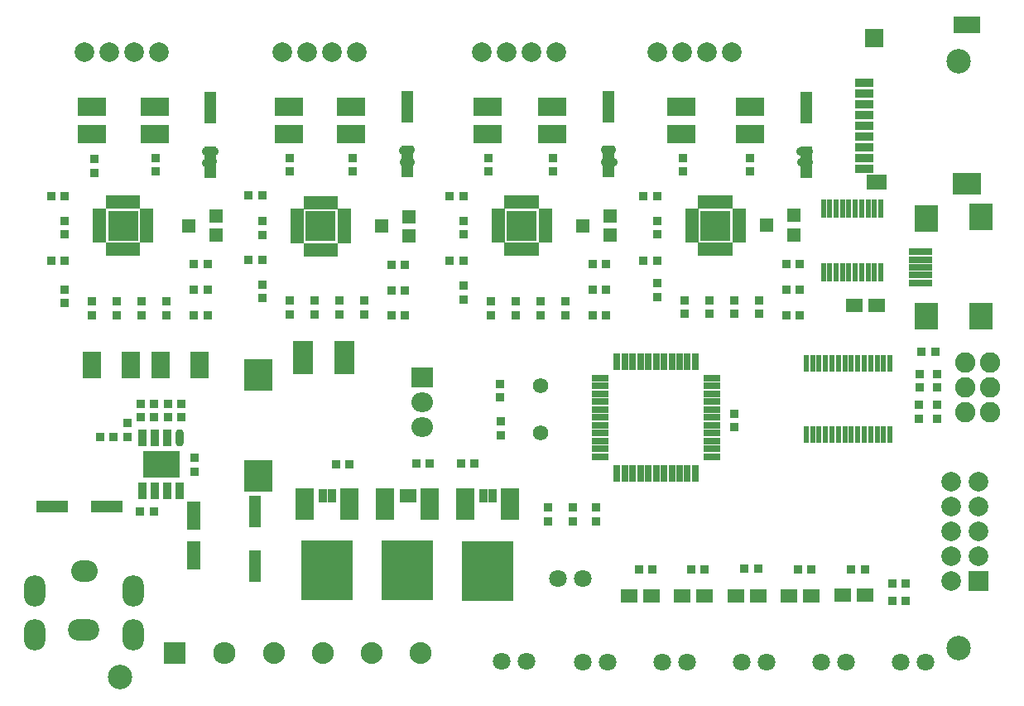
<source format=gbr>
G04 Layer_Color=8388736*
%FSLAX26Y26*%
%MOIN*%
%TF.FileFunction,Soldermask,Top*%
%TF.Part,Single*%
G01*
G75*
%TA.AperFunction,ViaPad*%
%ADD230C,0.028000*%
%TA.AperFunction,ComponentPad*%
%ADD299R,0.086740X0.078866*%
%ADD300O,0.086740X0.078866*%
%ADD301C,0.070992*%
%ADD302C,0.078866*%
%ADD305C,0.082000*%
%ADD306C,0.062000*%
%ADD307O,0.090000X0.088000*%
%ADD308R,0.090000X0.090000*%
%ADD309R,0.078866X0.078866*%
%TA.AperFunction,ViaPad*%
%ADD310C,0.047370*%
%ADD311O,0.086740X0.126110*%
%ADD312O,0.126110X0.086740*%
%ADD313O,0.106425X0.086740*%
%ADD314C,0.035559*%
%TA.AperFunction,SMDPad,CuDef*%
%ADD321R,0.074929X0.106425*%
%TA.AperFunction,FiducialPad,Global*%
%ADD322C,0.098425*%
%TA.AperFunction,SMDPad,CuDef*%
%ADD323R,0.078866X0.133984*%
%ADD324R,0.110362X0.067055*%
%ADD325R,0.038000X0.038000*%
%ADD326R,0.048000X0.128000*%
%ADD327R,0.070000X0.026000*%
%ADD328R,0.026000X0.070000*%
%ADD329R,0.038000X0.038000*%
%ADD330R,0.068000X0.058000*%
%ADD331R,0.023000X0.072000*%
%TA.AperFunction,ConnectorPad*%
%ADD332R,0.098000X0.108000*%
%ADD333R,0.094000X0.028000*%
%ADD334R,0.114000X0.090000*%
%ADD335R,0.084000X0.060000*%
%ADD336R,0.076000X0.078000*%
%ADD337R,0.076000X0.034000*%
%TA.AperFunction,SMDPad,CuDef*%
%ADD338R,0.208000X0.244000*%
%ADD339R,0.076000X0.126000*%
%ADD340R,0.052000X0.019000*%
%ADD341R,0.019000X0.052000*%
%ADD342R,0.058000X0.058000*%
%ADD343R,0.116000X0.074000*%
%ADD344R,0.032000X0.058000*%
%ADD345R,0.023000X0.068000*%
%ADD346R,0.055244X0.118236*%
%ADD347R,0.128000X0.048000*%
%ADD348R,0.146189X0.111150*%
%ADD349O,0.032016X0.070992*%
%ADD350R,0.032016X0.070992*%
%ADD351R,0.118236X0.126110*%
%TA.AperFunction,ViaPad*%
%ADD352C,0.088000*%
%TA.AperFunction,SMDPad,CuDef*%
%ADD353R,0.124000X0.124000*%
D230*
X-3465590Y907472D02*
D03*
X-3426220D02*
D03*
X-3386850D02*
D03*
X-3347480D02*
D03*
Y986213D02*
D03*
X-3386850D02*
D03*
X-3426220D02*
D03*
X-3465590D02*
D03*
Y946842D02*
D03*
X-3426220D02*
D03*
X-3347480D02*
D03*
X-3386850D02*
D03*
D299*
X-2355000Y1295000D02*
D03*
D300*
Y1195000D02*
D03*
Y1095000D02*
D03*
D301*
X-1607535Y150843D02*
D03*
X-1707535D02*
D03*
X-1287535D02*
D03*
X-1387535D02*
D03*
X-967535D02*
D03*
X-1067535D02*
D03*
X-747535D02*
D03*
X-647535D02*
D03*
X-327535D02*
D03*
X-427535D02*
D03*
X-2036535Y151843D02*
D03*
X-1936535D02*
D03*
X-1710535Y486842D02*
D03*
X-1810535D02*
D03*
D302*
X-1307488Y2604843D02*
D03*
X-1407488D02*
D03*
X-1207488D02*
D03*
X-1107488D02*
D03*
X-1814535D02*
D03*
X-1914535D02*
D03*
X-2114535D02*
D03*
X-2014535D02*
D03*
X-2619535D02*
D03*
X-2719535D02*
D03*
X-2919535D02*
D03*
X-2819535D02*
D03*
X-3414535D02*
D03*
X-3514535D02*
D03*
X-3714535D02*
D03*
X-3614535D02*
D03*
X-224772Y874842D02*
D03*
X-114535D02*
D03*
X-224772Y774842D02*
D03*
X-114535D02*
D03*
X-224772Y674842D02*
D03*
X-114535D02*
D03*
X-224772Y574842D02*
D03*
X-114535D02*
D03*
X-224772Y474842D02*
D03*
D305*
X-69535Y1154842D02*
D03*
X-169535Y1354842D02*
D03*
X-69535Y1254842D02*
D03*
X-169535Y1154842D02*
D03*
Y1254842D02*
D03*
X-69535Y1354842D02*
D03*
D306*
X-1878121Y1071510D02*
D03*
X-1879535Y1263842D02*
D03*
D307*
X-3151535Y186843D02*
D03*
D308*
X-3351535D02*
D03*
D309*
X-114535Y474842D02*
D03*
D310*
X-3520386Y277937D02*
D03*
Y275937D02*
D03*
Y273937D02*
D03*
Y271937D02*
D03*
Y269937D02*
D03*
Y267937D02*
D03*
D03*
Y265937D02*
D03*
Y263937D02*
D03*
Y261937D02*
D03*
Y259937D02*
D03*
Y257937D02*
D03*
Y261937D02*
D03*
Y259937D02*
D03*
Y257937D02*
D03*
Y255937D02*
D03*
Y253937D02*
D03*
Y251937D02*
D03*
D03*
Y249937D02*
D03*
Y247937D02*
D03*
Y245937D02*
D03*
Y243937D02*
D03*
Y241937D02*
D03*
Y455102D02*
D03*
Y453102D02*
D03*
Y451102D02*
D03*
Y449102D02*
D03*
Y447102D02*
D03*
Y445102D02*
D03*
D03*
Y443102D02*
D03*
Y441102D02*
D03*
Y439102D02*
D03*
Y437102D02*
D03*
Y435102D02*
D03*
Y439102D02*
D03*
Y437102D02*
D03*
Y435102D02*
D03*
Y433102D02*
D03*
Y431102D02*
D03*
Y429102D02*
D03*
D03*
Y427102D02*
D03*
Y425102D02*
D03*
Y423102D02*
D03*
Y421102D02*
D03*
Y419102D02*
D03*
X-3737630Y279992D02*
D03*
X-3735630D02*
D03*
X-3733630D02*
D03*
X-3731630D02*
D03*
X-3729630D02*
D03*
X-3727630D02*
D03*
D03*
X-3725630D02*
D03*
X-3723630D02*
D03*
X-3721630D02*
D03*
X-3719630D02*
D03*
X-3717630D02*
D03*
X-3721630D02*
D03*
X-3719630D02*
D03*
X-3717630D02*
D03*
X-3715630D02*
D03*
X-3713630D02*
D03*
X-3711630D02*
D03*
D03*
X-3709630D02*
D03*
X-3707630D02*
D03*
X-3705630D02*
D03*
X-3703630D02*
D03*
X-3701630D02*
D03*
X-3914087Y241937D02*
D03*
Y243937D02*
D03*
Y245937D02*
D03*
Y247937D02*
D03*
Y249937D02*
D03*
Y251937D02*
D03*
D03*
Y253937D02*
D03*
Y255937D02*
D03*
Y257937D02*
D03*
Y259937D02*
D03*
Y261937D02*
D03*
Y257937D02*
D03*
Y259937D02*
D03*
Y261937D02*
D03*
Y263937D02*
D03*
Y265937D02*
D03*
Y267937D02*
D03*
D03*
Y269937D02*
D03*
Y271937D02*
D03*
Y273937D02*
D03*
Y275937D02*
D03*
Y277937D02*
D03*
Y419102D02*
D03*
Y421102D02*
D03*
Y423102D02*
D03*
Y425102D02*
D03*
Y427102D02*
D03*
Y429102D02*
D03*
D03*
Y431102D02*
D03*
Y433102D02*
D03*
Y435102D02*
D03*
Y437102D02*
D03*
Y439102D02*
D03*
Y435102D02*
D03*
Y437102D02*
D03*
Y439102D02*
D03*
Y441102D02*
D03*
Y443102D02*
D03*
Y445102D02*
D03*
D03*
Y447102D02*
D03*
Y449102D02*
D03*
Y451102D02*
D03*
Y453102D02*
D03*
Y455102D02*
D03*
D311*
X-3520386Y259937D02*
D03*
Y437102D02*
D03*
X-3914087Y259937D02*
D03*
Y437102D02*
D03*
D312*
X-3719630Y279992D02*
D03*
D313*
X-3716685Y515968D02*
D03*
D314*
X-3193535Y2206843D02*
D03*
X-3197535Y2165843D02*
D03*
X-3225535Y2205843D02*
D03*
X-2401535Y2213843D02*
D03*
X-2403535Y2163843D02*
D03*
X-2432535Y2209843D02*
D03*
X-1586535Y2161843D02*
D03*
X-1593535Y2212843D02*
D03*
X-1618535Y2213843D02*
D03*
X-798535Y2162843D02*
D03*
X-799535Y2205843D02*
D03*
X-831535Y2206843D02*
D03*
X-1619535Y2162843D02*
D03*
X-3225535Y2158843D02*
D03*
X-1146535Y1937842D02*
D03*
X-1148535Y1882842D02*
D03*
X-1200535Y1934842D02*
D03*
X-1201535Y1880842D02*
D03*
X-1927535Y1935842D02*
D03*
X-1928535Y1879842D02*
D03*
X-1980535Y1932842D02*
D03*
X-1984535Y1876842D02*
D03*
X-2734535Y1933842D02*
D03*
X-2735535Y1875842D02*
D03*
X-2794535Y1931842D02*
D03*
Y1873842D02*
D03*
X-3530535Y1935842D02*
D03*
X-3531535Y1880842D02*
D03*
X-3590535Y1933842D02*
D03*
X-3593535Y1878842D02*
D03*
X-829535Y2162843D02*
D03*
X-2428535Y2161843D02*
D03*
D321*
X-3410000Y1345000D02*
D03*
X-3252520D02*
D03*
X-3529055Y1344842D02*
D03*
X-3686535D02*
D03*
D322*
X-3572835Y89843D02*
D03*
X-196850Y206693D02*
D03*
Y2568898D02*
D03*
D323*
X-2670000Y1375000D02*
D03*
X-2835354D02*
D03*
D324*
X-162535Y2714843D02*
D03*
D325*
X-3794448Y1594803D02*
D03*
Y1649803D02*
D03*
X-281535Y1309842D02*
D03*
Y1254842D02*
D03*
X-1099535Y1094842D02*
D03*
Y1149842D02*
D03*
X-351535Y1254842D02*
D03*
X-3429535Y2179843D02*
D03*
X-2634535D02*
D03*
X-2089535D02*
D03*
X-1829535D02*
D03*
X-1304535D02*
D03*
X-1034535D02*
D03*
X-2999535Y1614842D02*
D03*
X-2189535Y1609842D02*
D03*
X-1409448Y1619804D02*
D03*
X-1850535Y717842D02*
D03*
X-2042464Y1215914D02*
D03*
X-2039797Y1119438D02*
D03*
X-3795623Y1927881D02*
D03*
Y1872881D02*
D03*
X-2999535Y1924842D02*
D03*
Y1869842D02*
D03*
X-2190623Y1927881D02*
D03*
Y1872881D02*
D03*
X-1410623Y1927881D02*
D03*
Y1872881D02*
D03*
X-351535Y1309842D02*
D03*
X-3485623Y1602881D02*
D03*
X-2889535Y1604842D02*
D03*
X-2789535D02*
D03*
X-2689535D02*
D03*
X-2080623Y1602881D02*
D03*
X-1980623D02*
D03*
X-1880623D02*
D03*
X-1300623Y1607881D02*
D03*
X-1200623D02*
D03*
X-2999535Y1669842D02*
D03*
X-2189535Y1664842D02*
D03*
X-1780623Y1602881D02*
D03*
X-1409448Y1674804D02*
D03*
X-1000623Y1607881D02*
D03*
X-2042464Y1270914D02*
D03*
X-2039797Y1064438D02*
D03*
X-1850535Y772842D02*
D03*
X-1780623Y1547881D02*
D03*
X-1000623Y1552881D02*
D03*
X-3485623Y1547881D02*
D03*
X-2889535Y1549842D02*
D03*
X-2789535D02*
D03*
X-2689535D02*
D03*
X-2080623Y1547881D02*
D03*
X-1980623D02*
D03*
X-1880623D02*
D03*
X-1300623Y1552881D02*
D03*
X-1200623D02*
D03*
X-3429535Y2124843D02*
D03*
X-2634535D02*
D03*
X-2089535D02*
D03*
X-1829535D02*
D03*
X-1304535D02*
D03*
X-1034535D02*
D03*
X-1100623Y1552881D02*
D03*
Y1607881D02*
D03*
X-2589535Y1604842D02*
D03*
Y1549842D02*
D03*
X-3385623Y1547881D02*
D03*
Y1602881D02*
D03*
X-2889535Y2124843D02*
D03*
Y2179843D02*
D03*
X-1750535Y772842D02*
D03*
Y717842D02*
D03*
X-1655535Y772842D02*
D03*
Y717842D02*
D03*
X-3674535Y2119843D02*
D03*
Y2174843D02*
D03*
X-281535Y1129842D02*
D03*
Y1184842D02*
D03*
X-356535D02*
D03*
Y1129842D02*
D03*
X-3685623Y1602881D02*
D03*
Y1547881D02*
D03*
X-3585623Y1602881D02*
D03*
Y1547881D02*
D03*
X-3271535Y971842D02*
D03*
Y916842D02*
D03*
X-3542535Y1057842D02*
D03*
Y1112842D02*
D03*
X-3490535Y1190842D02*
D03*
Y1135842D02*
D03*
X-3435535D02*
D03*
Y1190842D02*
D03*
X-3380535Y1135842D02*
D03*
Y1190842D02*
D03*
X-3325535D02*
D03*
Y1135842D02*
D03*
D326*
X-3029535Y754842D02*
D03*
Y534842D02*
D03*
X-2414535Y2164843D02*
D03*
Y2384843D02*
D03*
X-3210623Y2382881D02*
D03*
X-1604535Y2384843D02*
D03*
X-810623Y2382881D02*
D03*
X-3210623Y2162881D02*
D03*
X-1604535Y2164843D02*
D03*
X-810623Y2162881D02*
D03*
D327*
X-1639535Y1040842D02*
D03*
Y1009842D02*
D03*
X-1187535Y1229842D02*
D03*
Y1198842D02*
D03*
Y1292842D02*
D03*
X-1639535Y977842D02*
D03*
X-1187535Y1135842D02*
D03*
X-1639535D02*
D03*
Y1261842D02*
D03*
Y1292842D02*
D03*
Y1198841D02*
D03*
Y1103842D02*
D03*
Y1072841D02*
D03*
Y1229842D02*
D03*
X-1187535Y1103842D02*
D03*
Y1166842D02*
D03*
X-1639535Y1166841D02*
D03*
X-1187535Y1009842D02*
D03*
X-1187536Y1072843D02*
D03*
X-1187535Y1040842D02*
D03*
Y977842D02*
D03*
Y1261842D02*
D03*
D328*
X-1445535Y1360842D02*
D03*
X-1476535D02*
D03*
X-1319535D02*
D03*
X-1287535D02*
D03*
X-1256535D02*
D03*
X-1350535Y908842D02*
D03*
X-1319535D02*
D03*
X-1571535Y1360842D02*
D03*
Y908842D02*
D03*
X-1382535D02*
D03*
X-1413535Y1360843D02*
D03*
X-1539535Y908842D02*
D03*
X-1508535D02*
D03*
X-1350535Y1360842D02*
D03*
X-1413535Y908842D02*
D03*
X-1382535Y1360842D02*
D03*
X-1445535Y908842D02*
D03*
X-1287535Y908841D02*
D03*
X-1476535Y908842D02*
D03*
X-1256535D02*
D03*
X-1508536Y1360842D02*
D03*
X-1539535D02*
D03*
D329*
X-462535Y465842D02*
D03*
X-407535D02*
D03*
X-843535Y522842D02*
D03*
X-788535D02*
D03*
X-572535Y523842D02*
D03*
X-3220623Y1649881D02*
D03*
X-2424535Y1646842D02*
D03*
X-1615623Y1649881D02*
D03*
X-835623D02*
D03*
X-2702535Y946842D02*
D03*
X-2424535Y1544842D02*
D03*
X-1615623Y1547881D02*
D03*
X-3795623Y1767881D02*
D03*
X-2999535Y1769842D02*
D03*
X-2190623Y1767881D02*
D03*
X-1410623D02*
D03*
X-2424535Y1748842D02*
D03*
X-1615623Y1751881D02*
D03*
X-2479535Y1544842D02*
D03*
X-1670623Y1547881D02*
D03*
X-2647535Y946842D02*
D03*
X-3275623Y1649881D02*
D03*
X-2479535Y1646842D02*
D03*
X-1670623Y1649881D02*
D03*
X-890623D02*
D03*
X-1482535Y523842D02*
D03*
X-2245623Y2027881D02*
D03*
X-1273535Y521842D02*
D03*
X-1465623Y2027881D02*
D03*
X-1058535Y527842D02*
D03*
X-627535Y523842D02*
D03*
X-2479535Y1748842D02*
D03*
X-1670623Y1751881D02*
D03*
X-890623D02*
D03*
X-3850623Y1767881D02*
D03*
X-3054535Y1769842D02*
D03*
X-2245623Y1767881D02*
D03*
X-1465623D02*
D03*
X-1427535Y523842D02*
D03*
X-1410623Y2027881D02*
D03*
X-1218535Y521842D02*
D03*
X-1003535Y527842D02*
D03*
X-2190623Y2027881D02*
D03*
X-835623Y1751881D02*
D03*
X-3275623Y1547881D02*
D03*
X-3220623D02*
D03*
X-2999535Y2029842D02*
D03*
X-3054535D02*
D03*
X-3795623Y2027881D02*
D03*
X-3850623D02*
D03*
X-890623Y1547881D02*
D03*
X-835623D02*
D03*
X-2324535Y949842D02*
D03*
X-2379535D02*
D03*
X-3220623Y1751881D02*
D03*
X-3275623D02*
D03*
X-2199535Y949842D02*
D03*
X-2144535D02*
D03*
X-344535Y1399842D02*
D03*
X-289535D02*
D03*
X-462535Y395842D02*
D03*
X-407535D02*
D03*
X-3436535Y754842D02*
D03*
X-3491535D02*
D03*
X-3597535Y1057842D02*
D03*
X-3652535D02*
D03*
D330*
X-614535Y1584842D02*
D03*
X-524535D02*
D03*
X-662535Y418842D02*
D03*
X-572535D02*
D03*
X-878535Y417842D02*
D03*
X-788535D02*
D03*
X-1523535D02*
D03*
X-1308535Y416842D02*
D03*
X-1433535Y417842D02*
D03*
X-1218535Y416842D02*
D03*
X-1003535Y417842D02*
D03*
X-1093535D02*
D03*
D331*
X-739535Y1718094D02*
D03*
X-586535D02*
D03*
X-637535D02*
D03*
X-612535D02*
D03*
X-663535D02*
D03*
X-714535D02*
D03*
X-688535D02*
D03*
X-560535D02*
D03*
X-508535Y1977591D02*
D03*
X-534535D02*
D03*
X-560535D02*
D03*
X-586535D02*
D03*
X-612535D02*
D03*
X-637535D02*
D03*
X-663535D02*
D03*
X-688535D02*
D03*
X-714535Y1977591D02*
D03*
X-739535D02*
D03*
X-508535Y1718094D02*
D03*
X-534535Y1718094D02*
D03*
D332*
X-105535Y1941842D02*
D03*
X-325535Y1541842D02*
D03*
X-105535D02*
D03*
X-325535Y1935842D02*
D03*
D333*
X-348535Y1770842D02*
D03*
Y1801842D02*
D03*
Y1739842D02*
D03*
Y1708842D02*
D03*
Y1677842D02*
D03*
D334*
X-161535Y2076843D02*
D03*
D335*
X-524535Y2082843D02*
D03*
D336*
X-536535Y2663843D02*
D03*
D337*
X-575535Y2134843D02*
D03*
Y2178843D02*
D03*
Y2481843D02*
D03*
Y2264843D02*
D03*
Y2221843D02*
D03*
Y2394843D02*
D03*
Y2308843D02*
D03*
Y2438843D02*
D03*
Y2351843D02*
D03*
D338*
X-2737535Y519842D02*
D03*
X-2414535Y518842D02*
D03*
X-2092535Y517842D02*
D03*
D339*
X-2647535Y786842D02*
D03*
X-2827535D02*
D03*
X-2324535Y785842D02*
D03*
X-2504535D02*
D03*
X-2002535Y784842D02*
D03*
X-2182535D02*
D03*
D340*
X-1080623Y1967881D02*
D03*
Y1927881D02*
D03*
Y1868881D02*
D03*
X-3465623Y1908881D02*
D03*
Y1947881D02*
D03*
X-3655623Y1927881D02*
D03*
Y1849881D02*
D03*
X-2669535Y1905842D02*
D03*
Y1944842D02*
D03*
X-2859535Y1924842D02*
D03*
Y1846842D02*
D03*
X-1860623Y1908881D02*
D03*
Y1947881D02*
D03*
X-2050623Y1927881D02*
D03*
Y1849881D02*
D03*
X-1080623Y1908881D02*
D03*
Y1947881D02*
D03*
X-1270623Y1927881D02*
D03*
Y1849881D02*
D03*
X-3655623Y1908881D02*
D03*
Y1888881D02*
D03*
X-2859535Y1905842D02*
D03*
Y1885842D02*
D03*
X-2050623Y1908881D02*
D03*
Y1888881D02*
D03*
X-1270623Y1908881D02*
D03*
Y1888881D02*
D03*
X-3655623Y1868881D02*
D03*
X-2859535Y1865842D02*
D03*
X-2050623Y1868881D02*
D03*
X-1270623D02*
D03*
X-3655623Y1967881D02*
D03*
X-3465623Y1888881D02*
D03*
X-2859535Y1964842D02*
D03*
X-2669535Y1885842D02*
D03*
X-2050623Y1967881D02*
D03*
X-1860623Y1888881D02*
D03*
X-1270623Y1967881D02*
D03*
X-1080623Y1888881D02*
D03*
X-3465623Y1967881D02*
D03*
X-2669535Y1964842D02*
D03*
X-1860623Y1967881D02*
D03*
X-3465623Y1849881D02*
D03*
X-2669535Y1846842D02*
D03*
X-1860623Y1849881D02*
D03*
X-1080623D02*
D03*
X-3465623Y1927881D02*
D03*
Y1868881D02*
D03*
X-3655623Y1947881D02*
D03*
X-2859535Y1944842D02*
D03*
X-1270623Y1947881D02*
D03*
X-2669535Y1924842D02*
D03*
Y1865842D02*
D03*
X-1860623Y1927881D02*
D03*
Y1868881D02*
D03*
X-2050623Y1947881D02*
D03*
D341*
X-1156623Y2002881D02*
D03*
X-3560623D02*
D03*
X-2764535Y1999842D02*
D03*
X-1955623Y2002881D02*
D03*
X-1175623D02*
D03*
X-3600623Y1813881D02*
D03*
X-3580623D02*
D03*
X-3560623D02*
D03*
X-2804535Y1810842D02*
D03*
X-2784535D02*
D03*
X-2764535D02*
D03*
X-1995623Y1813881D02*
D03*
X-1975623D02*
D03*
X-1955623D02*
D03*
X-1215623D02*
D03*
X-1195623D02*
D03*
X-1175623D02*
D03*
X-3619623D02*
D03*
X-3541623D02*
D03*
X-3501623D02*
D03*
X-3521623D02*
D03*
Y2002881D02*
D03*
X-3580623D02*
D03*
X-3600623D02*
D03*
X-2823535Y1810842D02*
D03*
X-2745535D02*
D03*
X-2705535D02*
D03*
X-2725535D02*
D03*
Y1999842D02*
D03*
X-2784535D02*
D03*
X-2804535D02*
D03*
X-2014623Y1813881D02*
D03*
X-1936623D02*
D03*
X-1896623D02*
D03*
X-1916623D02*
D03*
Y2002881D02*
D03*
X-1975623D02*
D03*
X-1995623D02*
D03*
X-1234623Y1813881D02*
D03*
X-1156623D02*
D03*
X-1116623D02*
D03*
X-1136623D02*
D03*
Y2002881D02*
D03*
X-1195623D02*
D03*
X-1215623D02*
D03*
X-3541623D02*
D03*
X-2745535Y1999842D02*
D03*
X-1936623Y2002881D02*
D03*
X-3501623D02*
D03*
X-3619623D02*
D03*
X-2705535Y1999842D02*
D03*
X-2823535D02*
D03*
X-1896623Y2002881D02*
D03*
X-2014623D02*
D03*
X-1116623D02*
D03*
X-1234623D02*
D03*
D342*
X-3295623Y1907881D02*
D03*
X-2519535Y1904842D02*
D03*
X-3184623Y1868881D02*
D03*
X-2408535Y1865842D02*
D03*
Y1943842D02*
D03*
X-3184623Y1946881D02*
D03*
X-969535Y1909842D02*
D03*
X-858535Y1870842D02*
D03*
Y1948842D02*
D03*
X-1599623Y1946881D02*
D03*
Y1868881D02*
D03*
X-1710623Y1907881D02*
D03*
D343*
X-3431535Y2385843D02*
D03*
X-2641535D02*
D03*
X-1831535D02*
D03*
X-1311535D02*
D03*
X-1036535D02*
D03*
X-3431535Y2275843D02*
D03*
X-2641535D02*
D03*
X-1831535D02*
D03*
X-1036535D02*
D03*
X-1311535D02*
D03*
X-3686535D02*
D03*
Y2385843D02*
D03*
X-2891535Y2275843D02*
D03*
Y2385843D02*
D03*
X-2091535Y2275843D02*
D03*
Y2385843D02*
D03*
D344*
X-2720535Y820842D02*
D03*
X-2754535D02*
D03*
X-2395535D02*
D03*
X-2429535D02*
D03*
X-2107535Y819842D02*
D03*
X-2073535D02*
D03*
D345*
X-523535Y1351842D02*
D03*
X-731535Y1064842D02*
D03*
X-601535Y1351842D02*
D03*
X-471535D02*
D03*
X-497535D02*
D03*
X-653535Y1064842D02*
D03*
X-757535Y1351842D02*
D03*
X-731535D02*
D03*
X-627535D02*
D03*
X-549535D02*
D03*
X-783535Y1064842D02*
D03*
X-705535D02*
D03*
X-809535D02*
D03*
X-575535Y1351842D02*
D03*
X-653535D02*
D03*
X-679535D02*
D03*
X-705535D02*
D03*
X-783535D02*
D03*
X-809535D02*
D03*
X-471535Y1064842D02*
D03*
X-497535D02*
D03*
X-523535D02*
D03*
X-549535D02*
D03*
X-575535D02*
D03*
X-601535D02*
D03*
X-627535D02*
D03*
X-679535D02*
D03*
X-757535D02*
D03*
D346*
X-3276535Y738583D02*
D03*
Y581102D02*
D03*
D347*
X-3844535Y774842D02*
D03*
X-3624535D02*
D03*
D348*
X-3406535Y946842D02*
D03*
D349*
X-3331535Y1053142D02*
D03*
D350*
X-3381535D02*
D03*
X-3431535D02*
D03*
X-3481535D02*
D03*
Y840543D02*
D03*
X-3431535D02*
D03*
X-3381535D02*
D03*
X-3331535D02*
D03*
D351*
X-3016535Y1304961D02*
D03*
Y899842D02*
D03*
D352*
X-2360985Y186843D02*
D03*
X-2557835D02*
D03*
X-2951535D02*
D03*
X-2754685D02*
D03*
D353*
X-3560622Y1907881D02*
D03*
X-2764535Y1904842D02*
D03*
X-1955622Y1907881D02*
D03*
X-1175622D02*
D03*
%TF.MD5,ddd9b2f8dfcac7a2cb91939b1ac880fd*%
M02*

</source>
